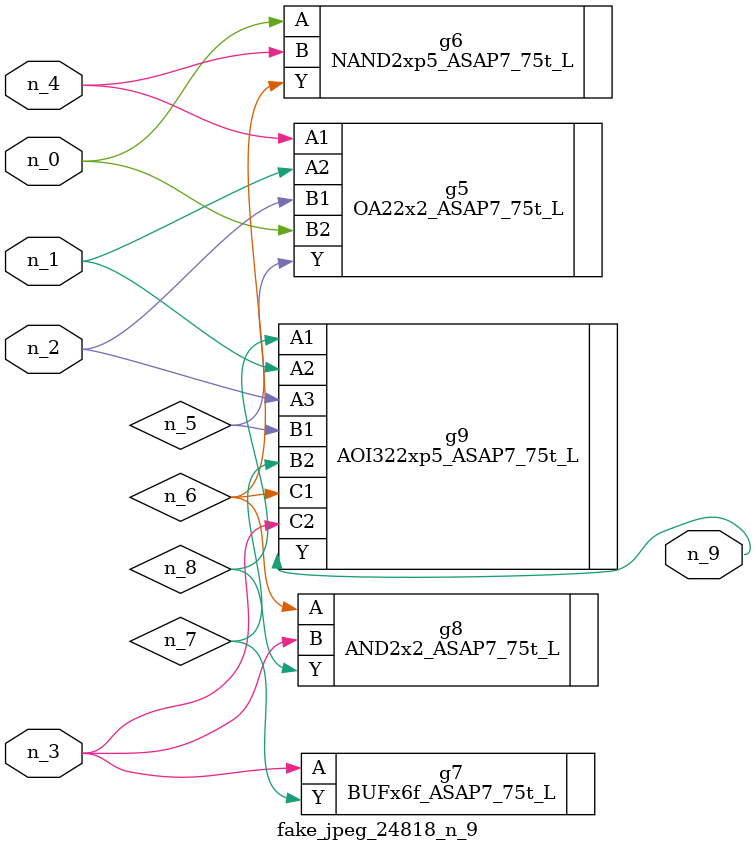
<source format=v>
module fake_jpeg_24818_n_9 (n_3, n_2, n_1, n_0, n_4, n_9);

input n_3;
input n_2;
input n_1;
input n_0;
input n_4;

output n_9;

wire n_8;
wire n_6;
wire n_5;
wire n_7;

OA22x2_ASAP7_75t_L g5 ( 
.A1(n_4),
.A2(n_1),
.B1(n_2),
.B2(n_0),
.Y(n_5)
);

NAND2xp5_ASAP7_75t_L g6 ( 
.A(n_0),
.B(n_4),
.Y(n_6)
);

BUFx6f_ASAP7_75t_L g7 ( 
.A(n_3),
.Y(n_7)
);

AND2x2_ASAP7_75t_L g8 ( 
.A(n_6),
.B(n_3),
.Y(n_8)
);

AOI322xp5_ASAP7_75t_L g9 ( 
.A1(n_8),
.A2(n_1),
.A3(n_2),
.B1(n_5),
.B2(n_7),
.C1(n_6),
.C2(n_3),
.Y(n_9)
);


endmodule
</source>
